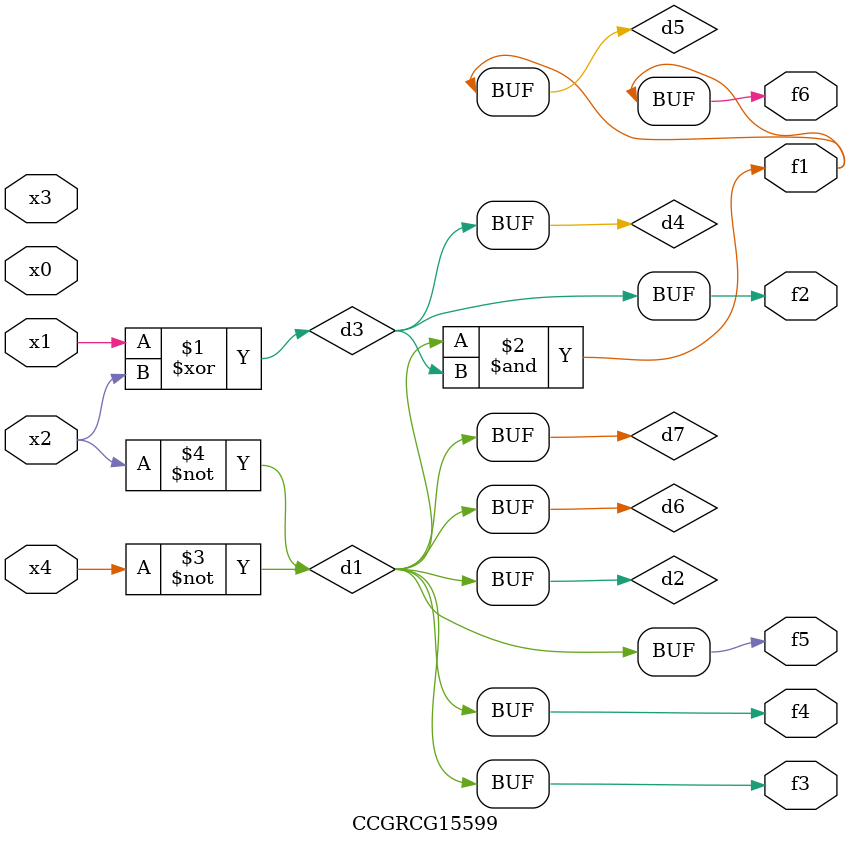
<source format=v>
module CCGRCG15599(
	input x0, x1, x2, x3, x4,
	output f1, f2, f3, f4, f5, f6
);

	wire d1, d2, d3, d4, d5, d6, d7;

	not (d1, x4);
	not (d2, x2);
	xor (d3, x1, x2);
	buf (d4, d3);
	and (d5, d1, d3);
	buf (d6, d1, d2);
	buf (d7, d2);
	assign f1 = d5;
	assign f2 = d4;
	assign f3 = d7;
	assign f4 = d7;
	assign f5 = d7;
	assign f6 = d5;
endmodule

</source>
